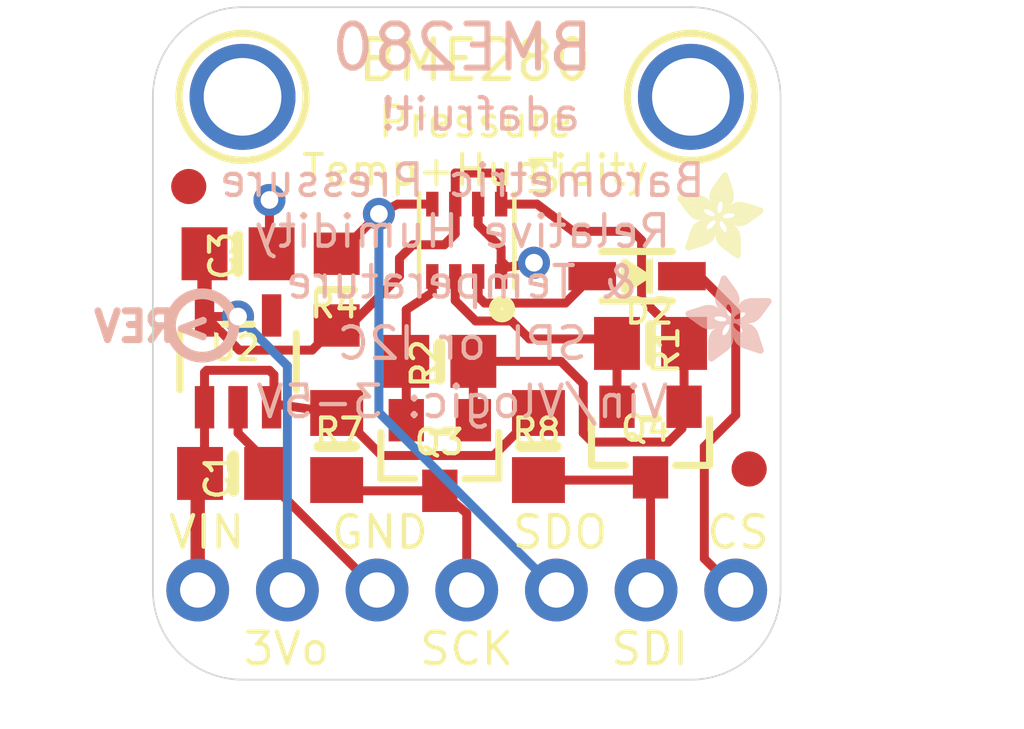
<source format=kicad_pcb>
(kicad_pcb (version 20211014) (generator pcbnew)
  (layers (0 "F.Cu" signal) (31 "B.Cu" signal) (34 "B.Paste" user) (35 "F.Paste" user) (36 "B.SilkS" user "B.Silkscreen") (37 "F.SilkS" user "F.Silkscreen") (38 "B.Mask" user) (39 "F.Mask" user) (44 "Edge.Cuts" user))
  (net 0 "")
  (net 1 "GND")
  (net 2 "SDI_3V")
  (net 3 "SCK_3V")
  (net 4 "CS_3V")
  (net 5 "5.0V")
  (net 6 "3.3V")
  (net 7 "CS_5V")
  (net 8 "SCK/SCL_5V")
  (net 9 "SDI/SDA_5V")
  (net 10 "SDO/ADR_3V")
  (footprint "boardEagle:FIDUCIAL_1MM" (layer "F.Cu") (at 140.6271 100.5586)
    (fp_text reference "U$5" hide)
    (fp_text value "FIDUCIAL\"\"" hide)
    (pad "1" smd roundrect (at 0 0) (size 1 1) (layers "F.Cu" "F.Mask") (roundrect_rratio 0.5))
  )
  (footprint "boardEagle:0805-NO" (layer "F.Cu") (at 150.5331 107.9246 90)
    (fp_text reference "R8" (at 0.4445 0.6985) (layer "F.SilkS") (effects (font (size 0.692831 0.692831) (thickness 0.119969)) (justify right)))
    (fp_text value "10K")
    (pad "1" smd rect (at -0.95 0 90) (size 1.3 1.5) (layers "F.Cu" "F.Paste" "F.Mask") (net 9 "SDI/SDA_5V"))
    (pad "2" smd rect (at 0.95 0 90) (size 1.3 1.5) (layers "F.Cu" "F.Paste" "F.Mask") (net 5 "5.0V"))
  )
  (footprint "boardEagle:ADAFRUIT_2.5MM" (layer "F.Cu") (at 154.4701 102.5906)
    (fp_text reference "U$6" hide)
    (fp_text value "" hide)
  )
  (footprint "boardEagle:_0805MP" (layer "F.Cu") (at 144.8181 103.4796 -90)
    (fp_text reference "R4" (at 0.4445 0.8255) (layer "F.SilkS") (effects (font (size 0.692831 0.692831) (thickness 0.119969)) (justify left)))
    (fp_text value "10K")
    (pad "1" smd rect (at -1.016 0 270) (size 1.2 1.3) (layers "F.Cu" "F.Paste" "F.Mask") (net 10 "SDO/ADR_3V"))
    (pad "2" smd rect (at 1.016 0 270) (size 1.2 1.3) (layers "F.Cu" "F.Paste" "F.Mask") (net 6 "3.3V"))
  )
  (footprint "boardEagle:0805-NO" (layer "F.Cu") (at 144.8181 107.9246 90)
    (fp_text reference "R7" (at 0.4445 0.8255) (layer "F.SilkS") (effects (font (size 0.692831 0.692831) (thickness 0.119969)) (justify right)))
    (fp_text value "10K")
    (pad "1" smd rect (at -0.95 0 90) (size 1.3 1.5) (layers "F.Cu" "F.Paste" "F.Mask") (net 8 "SCK/SCL_5V"))
    (pad "2" smd rect (at 0.95 0 90) (size 1.3 1.5) (layers "F.Cu" "F.Paste" "F.Mask") (net 5 "5.0V"))
  )
  (footprint "boardEagle:SOT23-5" (layer "F.Cu") (at 142.0241 105.5116)
    (fp_text reference "U2" (at 0.689 -0.381) (layer "F.SilkS") (effects (font (size 0.692831 0.692831) (thickness 0.119969)) (justify right)))
    (fp_text value "MIC5225-3.3")
    (pad "1" smd rect (at -0.95 1.3001) (size 0.55 1.2) (layers "F.Cu" "F.Paste" "F.Mask") (net 5 "5.0V"))
    (pad "2" smd rect (at 0 1.3001) (size 0.55 1.2) (layers "F.Cu" "F.Paste" "F.Mask") (net 1 "GND"))
    (pad "3" smd rect (at 0.95 1.3001) (size 0.55 1.2) (layers "F.Cu" "F.Paste" "F.Mask") (net 5 "5.0V"))
    (pad "4" smd rect (at 0.95 -1.3001) (size 0.55 1.2) (layers "F.Cu" "F.Paste" "F.Mask"))
    (pad "5" smd rect (at -0.95 -1.3001) (size 0.55 1.2) (layers "F.Cu" "F.Paste" "F.Mask") (net 6 "3.3V"))
  )
  (footprint "boardEagle:1X07_ROUND_70" (layer "F.Cu") (at 148.5011 111.9886)
    (fp_text reference "JP2" hide)
    (fp_text value "")
    (pad "1" thru_hole circle (at -7.62 0 90) (size 1.778 1.778) (drill 1) (layers *.Cu *.Mask) (net 5 "5.0V"))
    (pad "2" thru_hole circle (at -5.08 0 90) (size 1.778 1.778) (drill 1) (layers *.Cu *.Mask) (net 6 "3.3V"))
    (pad "3" thru_hole circle (at -2.54 0 90) (size 1.778 1.778) (drill 1) (layers *.Cu *.Mask) (net 1 "GND"))
    (pad "4" thru_hole circle (at 0 0 90) (size 1.778 1.778) (drill 1) (layers *.Cu *.Mask) (net 8 "SCK/SCL_5V"))
    (pad "5" thru_hole circle (at 2.54 0 90) (size 1.778 1.778) (drill 1) (layers *.Cu *.Mask) (net 10 "SDO/ADR_3V"))
    (pad "6" thru_hole circle (at 5.08 0 90) (size 1.778 1.778) (drill 1) (layers *.Cu *.Mask) (net 9 "SDI/SDA_5V"))
    (pad "7" thru_hole circle (at 7.62 0 90) (size 1.778 1.778) (drill 1) (layers *.Cu *.Mask) (net 7 "CS_5V"))
  )
  (footprint "boardEagle:FIDUCIAL_1MM" (layer "F.Cu") (at 156.5021 108.5596)
    (fp_text reference "U$15" hide)
    (fp_text value "FIDUCIAL\"\"" hide)
    (pad "1" smd roundrect (at 0 0) (size 1 1) (layers "F.Cu" "F.Mask") (roundrect_rratio 0.5))
  )
  (footprint "boardEagle:SOT23-WIDE" (layer "F.Cu") (at 147.7391 108.1786 180)
    (fp_text reference "Q3" (at -0.762 0.381) (layer "F.SilkS") (effects (font (size 0.692831 0.692831) (thickness 0.119969)) (justify right)))
    (fp_text value "BSS138")
    (pad "1" smd rect (at -0.95 1 180) (size 1 1.2) (layers "F.Cu" "F.Paste" "F.Mask") (net 6 "3.3V"))
    (pad "2" smd rect (at 0.95 1 180) (size 1 1.2) (layers "F.Cu" "F.Paste" "F.Mask") (net 3 "SCK_3V"))
    (pad "3" smd rect (at 0 -1 180) (size 1 1.2) (layers "F.Cu" "F.Paste" "F.Mask") (net 8 "SCK/SCL_5V"))
  )
  (footprint "boardEagle:0805-NO" (layer "F.Cu") (at 153.7081 105.0036)
    (fp_text reference "R1" (at 0.4445 0.9525 90) (layer "F.SilkS") (effects (font (size 0.692831 0.692831) (thickness 0.119969)) (justify left)))
    (fp_text value "10K")
    (pad "1" smd rect (at -0.95 0) (size 1.3 1.5) (layers "F.Cu" "F.Paste" "F.Mask") (net 2 "SDI_3V"))
    (pad "2" smd rect (at 0.95 0) (size 1.3 1.5) (layers "F.Cu" "F.Paste" "F.Mask") (net 6 "3.3V"))
  )
  (footprint "boardEagle:0805-NO" (layer "F.Cu") (at 147.7391 105.5116)
    (fp_text reference "R2" (at -0.4445 -0.6985 90) (layer "F.SilkS") (effects (font (size 0.692831 0.692831) (thickness 0.119969)) (justify right)))
    (fp_text value "10K")
    (pad "1" smd rect (at -0.95 0) (size 1.3 1.5) (layers "F.Cu" "F.Paste" "F.Mask") (net 3 "SCK_3V"))
    (pad "2" smd rect (at 0.95 0) (size 1.3 1.5) (layers "F.Cu" "F.Paste" "F.Mask") (net 6 "3.3V"))
  )
  (footprint "boardEagle:SOT23-WIDE" (layer "F.Cu") (at 153.7081 107.7976 180)
    (fp_text reference "Q4" (at -0.635 0.381) (layer "F.SilkS") (effects (font (size 0.692831 0.692831) (thickness 0.119969)) (justify right)))
    (fp_text value "BSS138")
    (pad "1" smd rect (at -0.95 1 180) (size 1 1.2) (layers "F.Cu" "F.Paste" "F.Mask") (net 6 "3.3V"))
    (pad "2" smd rect (at 0.95 1 180) (size 1 1.2) (layers "F.Cu" "F.Paste" "F.Mask") (net 2 "SDI_3V"))
    (pad "3" smd rect (at 0 -1 180) (size 1 1.2) (layers "F.Cu" "F.Paste" "F.Mask") (net 9 "SDI/SDA_5V"))
  )
  (footprint "boardEagle:MOUNTINGHOLE_2.0_PLATED" (layer "F.Cu") (at 142.1511 98.0186)
    (fp_text reference "U$7" hide)
    (fp_text value "MOUNTINGHOLE2.0" hide)
    (pad "P$1" thru_hole circle (at 0 0) (size 3 3) (drill 2.2) (layers *.Cu *.Mask))
  )
  (footprint "boardEagle:0805-NO" (layer "F.Cu") (at 141.8971 108.6866)
    (fp_text reference "C1" (at -0.4445 -0.6985 90) (layer "F.SilkS") (effects (font (size 0.692831 0.692831) (thickness 0.119969)) (justify right)))
    (fp_text value "10uF")
    (pad "1" smd rect (at -0.95 0) (size 1.3 1.5) (layers "F.Cu" "F.Paste" "F.Mask") (net 5 "5.0V"))
    (pad "2" smd rect (at 0.95 0) (size 1.3 1.5) (layers "F.Cu" "F.Paste" "F.Mask") (net 1 "GND"))
  )
  (footprint "boardEagle:0805-NO" (layer "F.Cu") (at 142.0241 102.4636)
    (fp_text reference "C3" (at -0.4445 -0.6985 90) (layer "F.SilkS") (effects (font (size 0.692831 0.692831) (thickness 0.119969)) (justify right)))
    (fp_text value "10uF")
    (pad "1" smd rect (at -0.95 0) (size 1.3 1.5) (layers "F.Cu" "F.Paste" "F.Mask") (net 6 "3.3V"))
    (pad "2" smd rect (at 0.95 0) (size 1.3 1.5) (layers "F.Cu" "F.Paste" "F.Mask") (net 1 "GND"))
  )
  (footprint "boardEagle:BME280" (layer "F.Cu") (at 148.5011 102.0826 -90)
    (fp_text reference "U1" (at -1.15 -2.185 90) (layer "F.SilkS") (effects (font (size 0.692831 0.692831) (thickness 0.119969)) (justify left)))
    (fp_text value "BME280")
    (pad "1" smd rect (at 1.025 -0.975 270) (size 0.7 0.35) (layers "F.Cu" "F.Paste" "F.Mask") (net 1 "GND"))
    (pad "2" smd rect (at 1.025 -0.325 270) (size 0.7 0.35) (layers "F.Cu" "F.Paste" "F.Mask") (net 4 "CS_3V"))
    (pad "3" smd rect (at 1.025 0.325 270) (size 0.7 0.35) (layers "F.Cu" "F.Paste" "F.Mask") (net 2 "SDI_3V"))
    (pad "4" smd rect (at 1.025 0.975 270) (size 0.7 0.35) (layers "F.Cu" "F.Paste" "F.Mask") (net 3 "SCK_3V"))
    (pad "5" smd rect (at -1.025 0.975 270) (size 0.7 0.35) (layers "F.Cu" "F.Paste" "F.Mask") (net 10 "SDO/ADR_3V"))
    (pad "6" smd rect (at -1.025 0.325 270) (size 0.7 0.35) (layers "F.Cu" "F.Paste" "F.Mask") (net 6 "3.3V"))
    (pad "7" smd rect (at -1.025 -0.325 270) (size 0.7 0.35) (layers "F.Cu" "F.Paste" "F.Mask") (net 1 "GND"))
    (pad "8" smd rect (at -1.025 -0.975 270) (size 0.7 0.35) (layers "F.Cu" "F.Paste" "F.Mask") (net 6 "3.3V"))
  )
  (footprint "boardEagle:MOUNTINGHOLE_2.0_PLATED" (layer "F.Cu") (at 154.8511 98.0186)
    (fp_text reference "U$8" hide)
    (fp_text value "MOUNTINGHOLE2.0" hide)
    (pad "P$1" thru_hole circle (at 0 0) (size 3 3) (drill 2.2) (layers *.Cu *.Mask))
  )
  (footprint "boardEagle:SOD-323" (layer "F.Cu") (at 153.3271 103.0986 180)
    (fp_text reference "D2" (at -1.1 -1) (layer "F.SilkS") (effects (font (size 0.692831 0.692831) (thickness 0.119969)) (justify right)))
    (fp_text value "1N4148")
    (pad "A" smd rect (at 1.27 0 180) (size 1.35 0.8) (layers "F.Cu" "F.Paste" "F.Mask") (net 4 "CS_3V"))
    (pad "C" smd rect (at -1.27 0 180) (size 1.35 0.8) (layers "F.Cu" "F.Paste" "F.Mask") (net 7 "CS_5V"))
  )
  (footprint "boardEagle:ADAFRUIT_2.5MM" (layer "B.Cu") (at 157.1371 105.5116 180)
    (fp_text reference "U$2" hide)
    (fp_text value "" hide)
  )
  (footprint "boardEagle:PCBFEAT-REV-040" (layer "B.Cu") (at 141.0081 104.4956 180)
    (fp_text reference "U$20" hide)
    (fp_text value "" hide)
    (fp_text user ">REV" (at -0.3556 -0.508) (layer "B.SilkS") (effects (font (size 0.8128 0.8128) (thickness 0.2032)) (justify left bottom mirror)))
  )
  (gr_arc (start 142.1511 114.5286) (mid 140.355049 113.784651) (end 139.6111 111.9886) (layer "Edge.Cuts") (width 0.05))
  (gr_arc (start 139.6111 98.0186) (mid 140.355049 96.222549) (end 142.1511 95.4786) (layer "Edge.Cuts") (width 0.05))
  (gr_line (start 154.8511 114.5286) (end 142.1511 114.5286) (layer "Edge.Cuts") (width 0.05))
  (gr_line (start 142.1511 95.4786) (end 154.8511 95.4786) (layer "Edge.Cuts") (width 0.05))
  (gr_line (start 139.6111 111.9886) (end 139.6111 98.0186) (layer "Edge.Cuts") (width 0.05))
  (gr_line (start 157.3911 98.0186) (end 157.3911 111.9886) (layer "Edge.Cuts") (width 0.05))
  (gr_arc (start 154.8511 95.4786) (mid 156.647151 96.222549) (end 157.3911 98.0186) (layer "Edge.Cuts") (width 0.05))
  (gr_arc (start 157.3911 111.9886) (mid 156.647151 113.784651) (end 154.8511 114.5286) (layer "Edge.Cuts") (width 0.05))
  (gr_text "BME280" (at 148.3741 96.6216) (layer "B.SilkS") (effects (font (size 1.251712 1.251712) (thickness 0.170688)) (justify mirror)))
  (gr_text "Barometric Pressure\nRelative Humidity\n& Temperature" (at 148.3741 101.8286) (layer "B.SilkS") (effects (font (size 0.89408 0.89408) (thickness 0.12192)) (justify mirror)))
  (gr_text "SPI or I2C" (at 148.3741 105.0036) (layer "B.SilkS") (effects (font (size 0.89408 0.89408) (thickness 0.12192)) (justify mirror)))
  (gr_text "adafruit!" (at 151.8031 99.0346) (layer "B.SilkS") (effects (font (size 0.89408 0.89408) (thickness 0.12192)) (justify left bottom mirror)))
  (gr_text "Vin/Vlogic: 3-5V" (at 148.3741 106.6546) (layer "B.SilkS") (effects (font (size 0.89408 0.89408) (thickness 0.12192)) (justify mirror)))
  (gr_text "GND" (at 147.4851 109.8296) (layer "F.SilkS") (effects (font (size 0.89408 0.89408) (thickness 0.12192)) (justify right top)))
  (gr_text "BME280" (at 145.3261 97.6376) (layer "F.SilkS") (effects (font (size 1.1176 1.1176) (thickness 0.1524)) (justify left bottom)))
  (gr_text "CS" (at 157.1371 109.8296) (layer "F.SilkS") (effects (font (size 0.89408 0.89408) (thickness 0.12192)) (justify right top)))
  (gr_text "Pressure\nTemp+Humidity" (at 148.7551 99.4156) (layer "F.SilkS") (effects (font (size 0.849376 0.849376) (thickness 0.115824))))
  (gr_text "3Vo" (at 144.6911 113.1316) (layer "F.SilkS") (effects (font (size 0.89408 0.89408) (thickness 0.12192)) (justify right top)))
  (gr_text "VIN" (at 142.2781 109.8296) (layer "F.SilkS") (effects (font (size 0.89408 0.89408) (thickness 0.12192)) (justify right top)))
  (gr_text "SCK" (at 149.8981 113.1316) (layer "F.SilkS") (effects (font (size 0.89408 0.89408) (thickness 0.12192)) (justify right top)))
  (gr_text "SDO" (at 152.5651 109.8296) (layer "F.SilkS") (effects (font (size 0.89408 0.89408) (thickness 0.12192)) (justify right top)))
  (gr_text "SDI" (at 154.8511 113.1316) (layer "F.SilkS") (effects (font (size 0.89408 0.89408) (thickness 0.12192)) (justify right top)))
  (segment (start 142.8471 108.8746) (end 145.9611 111.9886) (width 0.254) (layer "F.Cu") (net 1))
  (segment (start 148.8261 101.0576) (end 148.8261 101.6456) (width 0.254) (layer "F.Cu") (net 1))
  (segment (start 142.6591 108.1786) (end 142.6591 108.4986) (width 0.254) (layer "F.Cu") (net 1))
  (segment (start 149.4761 102.668607) (end 149.652093 102.8446) (width 0.254) (layer "F.Cu") (net 1))
  (segment (start 142.8471 108.6866) (end 142.8471 108.8746) (width 0.254) (layer "F.Cu") (net 1))
  (segment (start 142.0241 107.5436) (end 142.6591 108.1786) (width 0.254) (layer "F.Cu") (net 1))
  (segment (start 142.0241 106.8117) (end 142.0241 107.5436) (width 0.254) (layer "F.Cu") (net 1))
  (segment (start 142.9741 102.4636) (end 142.9131 102.4026) (width 0.254) (layer "F.Cu") (net 1))
  (segment (start 142.6591 108.4986) (end 142.8471 108.6866) (width 0.254) (layer "F.Cu") (net 1))
  (segment (start 149.4761 102.668607) (end 149.4761 103.1076) (width 0.254) (layer "F.Cu") (net 1))
  (segment (start 142.9131 102.4026) (end 142.9131 100.9396) (width 0.254) (layer "F.Cu") (net 1))
  (segment (start 149.652093 102.8446) (end 150.4061 102.7176) (width 0.254) (layer "F.Cu") (net 1))
  (segment (start 149.4761 102.2956) (end 149.4761 102.668607) (width 0.254) (layer "F.Cu") (net 1))
  (segment (start 148.8261 101.6456) (end 149.4761 102.2956) (width 0.254) (layer "F.Cu") (net 1))
  (via (at 150.4061 102.7176) (size 0.9064) (drill 0.5) (layers "F.Cu" "B.Cu") (net 1))
  (via (at 142.9131 100.9396) (size 0.9064) (drill 0.5) (layers "F.Cu" "B.Cu") (net 1))
  (segment (start 142.7861 100.8126) (end 142.6591 100.8126) (width 0.254) (layer "B.Cu") (net 1))
  (segment (start 142.9131 100.9396) (end 142.7861 100.8126) (width 0.254) (layer "B.Cu") (net 1))
  (segment (start 150.4061 102.7176) (end 150.6601 102.8446) (width 0.254) (layer "B.Cu") (net 1))
  (segment (start 148.1761 103.7896) (end 148.7551 104.3686) (width 0.254) (layer "F.Cu") (net 2))
  (segment (start 152.6311 104.8766) (end 152.7581 105.0036) (width 0.254) (layer "F.Cu") (net 2))
  (segment (start 152.7581 105.0036) (end 152.7581 106.7976) (width 0.254) (layer "F.Cu") (net 2))
  (segment (start 149.7711 104.3686) (end 150.2791 104.8766) (width 0.254) (layer "F.Cu") (net 2))
  (segment (start 148.7551 104.3686) (end 149.7711 104.3686) (width 0.254) (layer "F.Cu") (net 2))
  (segment (start 150.2791 104.8766) (end 152.6311 104.8766) (width 0.254) (layer "F.Cu") (net 2))
  (segment (start 148.1761 103.1076) (end 148.1761 103.7896) (width 0.254) (layer "F.Cu") (net 2))
  (segment (start 147.5261 103.1076) (end 147.5261 103.5656) (width 0.254) (layer "F.Cu") (net 3))
  (segment (start 147.5261 103.5656) (end 146.7891 104.0486) (width 0.254) (layer "F.Cu") (net 3))
  (segment (start 146.7891 104.0486) (end 146.7891 105.5116) (width 0.254) (layer "F.Cu") (net 3))
  (segment (start 146.7891 107.1786) (end 146.7891 105.5116) (width 0.254) (layer "F.Cu") (net 3))
  (segment (start 148.8261 103.6776) (end 149.0091 103.8606) (width 0.254) (layer "F.Cu") (net 4))
  (segment (start 149.0091 103.8606) (end 151.2951 103.8606) (width 0.254) (layer "F.Cu") (net 4))
  (segment (start 151.2951 103.8606) (end 152.0571 103.0986) (width 0.254) (layer "F.Cu") (net 4))
  (segment (start 148.8261 103.1076) (end 148.8261 103.6776) (width 0.254) (layer "F.Cu") (net 4))
  (segment (start 142.9131 105.7656) (end 143.0401 105.8926) (width 0.254) (layer "F.Cu") (net 5))
  (segment (start 149.2631 108.1786) (end 146.0881 108.1786) (width 0.254) (layer "F.Cu") (net 5))
  (segment (start 143.0401 105.8926) (end 143.0401 106.7457) (width 0.254) (layer "F.Cu") (net 5))
  (segment (start 141.1351 105.7656) (end 142.9131 105.7656) (width 0.254) (layer "F.Cu") (net 5))
  (segment (start 143.0401 106.7457) (end 142.9741 106.8117) (width 0.254) (layer "F.Cu") (net 5))
  (segment (start 140.8811 108.6866) (end 140.9471 108.6866) (width 0.254) (layer "F.Cu") (net 5))
  (segment (start 143.0652 106.7206) (end 144.8181 106.9746) (width 0.254) (layer "F.Cu") (net 5))
  (segment (start 141.0741 106.8117) (end 141.0741 105.8266) (width 0.254) (layer "F.Cu") (net 5))
  (segment (start 140.8811 108.8796) (end 140.8811 108.6866) (width 0.254) (layer "F.Cu") (net 5))
  (segment (start 140.8811 111.9886) (end 140.8811 108.8796) (width 0.4064) (layer "F.Cu") (net 5))
  (segment (start 141.0741 108.6866) (end 140.9471 108.6866) (width 0.254) (layer "F.Cu") (net 5))
  (segment (start 144.8841 106.9746) (end 144.8181 106.9746) (width 0.254) (layer "F.Cu") (net 5))
  (segment (start 150.5941 106.8476) (end 149.2631 108.1786) (width 0.254) (layer "F.Cu") (net 5))
  (segment (start 143.0401 106.7457) (end 143.0652 106.7206) (width 0.254) (layer "F.Cu") (net 5))
  (segment (start 141.0741 106.8117) (end 141.0741 108.6866) (width 0.254) (layer "F.Cu") (net 5))
  (segment (start 150.5331 106.9746) (end 150.5941 106.8476) (width 0.254) (layer "F.Cu") (net 5))
  (segment (start 146.0881 108.1786) (end 144.8841 106.9746) (width 0.254) (layer "F.Cu") (net 5))
  (segment (start 141.0741 105.8266) (end 141.1351 105.7656) (width 0.254) (layer "F.Cu") (net 5))
  (segment (start 141.0741 104.2115) (end 141.0741 102.4636) (width 0.4064) (layer "F.Cu") (net 6))
  (segment (start 153.2001 101.8286) (end 151.5171 101.8286) (width 0.254) (layer "F.Cu") (net 6))
  (segment (start 146.5961 103.0986) (end 146.5961 102.5906) (width 0.254) (layer "F.Cu") (net 6))
  (segment (start 154.6581 105.0036) (end 154.6581 104.9376) (width 0.254) (layer "F.Cu") (net 6))
  (segment (start 151.8031 106.1466) (end 151.8031 107.5436) (width 0.254) (layer "F.Cu") (net 6))
  (segment (start 154.2161 107.7976) (end 154.5971 107.4166) (width 0.254) (layer "F.Cu") (net 6))
  (segment (start 149.4761 100.1776) (end 149.4761 101.0576) (width 0.254) (layer "F.Cu") (net 6))
  (segment (start 150.4921 101.0576) (end 149.4761 101.0576) (width 0.254) (layer "F.Cu") (net 6))
  (segment (start 148.6891 105.5116) (end 151.1681 105.5116) (width 0.254) (layer "F.Cu") (net 6))
  (segment (start 142.0567 105.1941) (end 141.0741 104.2115) (width 0.254) (layer "F.Cu") (net 6))
  (segment (start 148.1761 101.8996) (end 148.1761 101.0576) (width 0.254) (layer "F.Cu") (net 6))
  (segment (start 147.8661 102.2096) (end 148.1761 101.8996) (width 0.254) (layer "F.Cu") (net 6))
  (segment (start 144.8181 104.4956) (end 144.1196 105.1941) (width 0.254) (layer "F.Cu") (net 6))
  (segment (start 148.6891 105.5116) (end 148.6891 107.1786) (width 0.254) (layer "F.Cu") (net 6))
  (segment (start 148.1761 101.0576) (end 148.1761 100.1776) (width 0.254) (layer "F.Cu") (net 6))
  (segment (start 154.6581 104.9376) (end 153.4541 103.7336) (width 0.254) (layer "F.Cu") (net 6))
  (segment (start 146.9771 102.2096) (end 147.8661 102.2096) (width 0.254) (layer "F.Cu") (net 6))
  (segment (start 153.4541 102.0826) (end 153.2001 101.8286) (width 0.254) (layer "F.Cu") (net 6))
  (segment (start 144.1196 105.1941) (end 142.0567 105.1941) (width 0.254) (layer "F.Cu") (net 6))
  (segment (start 142.0241 104.2416) (end 141.1042 104.2416) (width 0.254) (layer "F.Cu") (net 6))
  (segment (start 151.1681 105.5116) (end 151.8031 106.1466) (width 0.254) (layer "F.Cu") (net 6))
  (segment (start 154.6581 105.0036) (end 154.6581 106.7976) (width 0.254) (layer "F.Cu") (net 6))
  (segment (start 154.5971 107.4166) (end 154.5971 106.8586) (width 0.254) (layer "F.Cu") (net 6))
  (segment (start 146.5961 102.5906) (end 146.9771 102.2096) (width 0.254) (layer "F.Cu") (net 6))
  (segment (start 144.8181 104.4956) (end 145.1991 104.4956) (width 0.254) (layer "F.Cu") (net 6))
  (segment (start 151.5171 101.8286) (end 150.4921 101.0576) (width 0.254) (layer "F.Cu") (net 6))
  (segment (start 152.0571 107.7976) (end 154.2161 107.7976) (width 0.254) (layer "F.Cu") (net 6))
  (segment (start 151.8031 107.5436) (end 152.0571 107.7976) (width 0.254) (layer "F.Cu") (net 6))
  (segment (start 145.1991 104.4956) (end 146.5961 103.0986) (width 0.254) (layer "F.Cu") (net 6))
  (segment (start 141.1042 104.2416) (end 141.0741 104.2115) (width 0.254) (layer "F.Cu") (net 6))
  (segment (start 148.1761 100.1776) (end 149.4761 100.1776) (width 0.254) (layer "F.Cu") (net 6))
  (segment (start 154.5971 106.8586) (end 154.6581 106.7976) (width 0.254) (layer "F.Cu") (net 6))
  (segment (start 153.4541 103.7336) (end 153.4541 102.0826) (width 0.254) (layer "F.Cu") (net 6))
  (via (at 142.0241 104.2416) (size 0.9064) (drill 0.5) (layers "F.Cu" "B.Cu") (net 6))
  (segment (start 143.4211 111.9886) (end 143.4211 105.6386) (width 0.254) (layer "B.Cu") (net 6))
  (segment (start 143.4211 105.6386) (end 142.0241 104.2416) (width 0.254) (layer "B.Cu") (net 6))
  (segment (start 155.2321 111.0996) (end 156.1211 111.9886) (width 0.254) (layer "F.Cu") (net 7))
  (segment (start 155.2321 107.9246) (end 155.2321 111.0996) (width 0.254) (layer "F.Cu") (net 7))
  (segment (start 156.1211 104.1146) (end 156.1211 107.0356) (width 0.254) (layer "F.Cu") (net 7))
  (segment (start 155.1051 103.0986) (end 156.1211 104.1146) (width 0.254) (layer "F.Cu") (net 7))
  (segment (start 156.1211 107.0356) (end 155.2321 107.9246) (width 0.254) (layer "F.Cu") (net 7))
  (segment (start 154.5971 103.0986) (end 155.1051 103.0986) (width 0.254) (layer "F.Cu") (net 7))
  (segment (start 145.2491 109.1786) (end 147.7391 109.1786) (width 0.254) (layer "F.Cu") (net 8))
  (segment (start 144.8181 108.8746) (end 145.2491 109.1786) (width 0.254) (layer "F.Cu") (net 8))
  (segment (start 148.5011 109.8136) (end 148.5011 111.9886) (width 0.254) (layer "F.Cu") (net 8))
  (segment (start 147.7391 109.1786) (end 148.5011 109.8136) (width 0.254) (layer "F.Cu") (net 8))
  (segment (start 153.7081 111.8616) (end 153.5811 111.9886) (width 0.254) (layer "F.Cu") (net 9))
  (segment (start 153.6581 108.8746) (end 153.7081 108.7976) (width 0.254) (layer "F.Cu") (net 9))
  (segment (start 153.7081 108.7976) (end 153.7081 111.8616) (width 0.254) (layer "F.Cu") (net 9))
  (segment (start 150.5331 108.8746) (end 153.6581 108.8746) (width 0.254) (layer "F.Cu") (net 9))
  (segment (start 144.8181 102.4636) (end 144.8841 102.4636) (width 0.254) (layer "F.Cu") (net 10))
  (segment (start 144.8841 102.4636) (end 146.013375 101.334325) (width 0.254) (layer "F.Cu") (net 10))
  (segment (start 146.013375 101.334325) (end 146.5441 101.0576) (width 0.254) (layer "F.Cu") (net 10))
  (segment (start 146.5441 101.0576) (end 147.5261 101.0576) (width 0.254) (layer "F.Cu") (net 10))
  (via (at 146.013375 101.334325) (size 0.9064) (drill 0.5) (layers "F.Cu" "B.Cu") (net 10))
  (segment (start 151.0411 111.9886) (end 146.013375 106.960875) (width 0.254) (layer "B.Cu") (net 10))
  (segment (start 146.013375 106.960875) (end 146.013375 101.334325) (width 0.254) (layer "B.Cu") (net 10))
)
</source>
